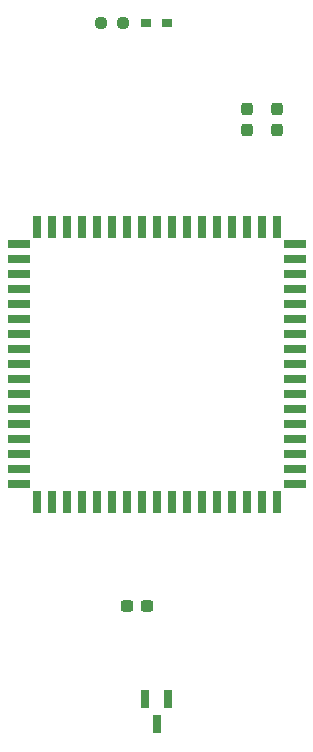
<source format=gbr>
G04 #@! TF.GenerationSoftware,KiCad,Pcbnew,8.0.8+dfsg-1*
G04 #@! TF.CreationDate,2025-07-01T13:07:04+09:00*
G04 #@! TF.ProjectId,bionic-tms370c250,62696f6e-6963-42d7-946d-733332306332,2*
G04 #@! TF.SameCoordinates,Original*
G04 #@! TF.FileFunction,Paste,Top*
G04 #@! TF.FilePolarity,Positive*
%FSLAX46Y46*%
G04 Gerber Fmt 4.6, Leading zero omitted, Abs format (unit mm)*
G04 Created by KiCad (PCBNEW 8.0.8+dfsg-1) date 2025-07-01 13:07:04*
%MOMM*%
%LPD*%
G01*
G04 APERTURE LIST*
G04 Aperture macros list*
%AMRoundRect*
0 Rectangle with rounded corners*
0 $1 Rounding radius*
0 $2 $3 $4 $5 $6 $7 $8 $9 X,Y pos of 4 corners*
0 Add a 4 corners polygon primitive as box body*
4,1,4,$2,$3,$4,$5,$6,$7,$8,$9,$2,$3,0*
0 Add four circle primitives for the rounded corners*
1,1,$1+$1,$2,$3*
1,1,$1+$1,$4,$5*
1,1,$1+$1,$6,$7*
1,1,$1+$1,$8,$9*
0 Add four rect primitives between the rounded corners*
20,1,$1+$1,$2,$3,$4,$5,0*
20,1,$1+$1,$4,$5,$6,$7,0*
20,1,$1+$1,$6,$7,$8,$9,0*
20,1,$1+$1,$8,$9,$2,$3,0*%
G04 Aperture macros list end*
%ADD10R,0.965200X0.762000*%
%ADD11R,0.700000X1.910000*%
%ADD12R,1.910000X0.700000*%
%ADD13RoundRect,0.237500X0.237500X-0.300000X0.237500X0.300000X-0.237500X0.300000X-0.237500X-0.300000X0*%
%ADD14RoundRect,0.237500X-0.300000X-0.237500X0.300000X-0.237500X0.300000X0.237500X-0.300000X0.237500X0*%
%ADD15RoundRect,0.237500X0.250000X0.237500X-0.250000X0.237500X-0.250000X-0.237500X0.250000X-0.237500X0*%
%ADD16R,0.660400X1.625600*%
G04 APERTURE END LIST*
D10*
X112823700Y-71600200D03*
X114576300Y-71600200D03*
D11*
X113700000Y-88800000D03*
X112430000Y-88800000D03*
X111160000Y-88800000D03*
X109890000Y-88800000D03*
X108620000Y-88800000D03*
X107350000Y-88800000D03*
X106080000Y-88800000D03*
X104810000Y-88800000D03*
X103540000Y-88800000D03*
D12*
X102020000Y-90320000D03*
X102020000Y-91590000D03*
X102020000Y-92860000D03*
X102020000Y-94130000D03*
X102020000Y-95400000D03*
X102020000Y-96670000D03*
X102020000Y-97940000D03*
X102020000Y-99210000D03*
X102020000Y-100480000D03*
X102020000Y-101750000D03*
X102020000Y-103020000D03*
X102020000Y-104290000D03*
X102020000Y-105560000D03*
X102020000Y-106830000D03*
X102020000Y-108100000D03*
X102020000Y-109370000D03*
X102020000Y-110640000D03*
D11*
X103540000Y-112160000D03*
X104810000Y-112160000D03*
X106080000Y-112160000D03*
X107350000Y-112160000D03*
X108620000Y-112160000D03*
X109890000Y-112160000D03*
X111160000Y-112160000D03*
X112430000Y-112160000D03*
X113700000Y-112160000D03*
X114970000Y-112160000D03*
X116240000Y-112160000D03*
X117510000Y-112160000D03*
X118780000Y-112160000D03*
X120050000Y-112160000D03*
X121320000Y-112160000D03*
X122590000Y-112160000D03*
X123860000Y-112160000D03*
D12*
X125380000Y-110640000D03*
X125380000Y-109370000D03*
X125380000Y-108100000D03*
X125380000Y-106830000D03*
X125380000Y-105560000D03*
X125380000Y-104290000D03*
X125380000Y-103020000D03*
X125380000Y-101750000D03*
X125380000Y-100480000D03*
X125380000Y-99210000D03*
X125380000Y-97940000D03*
X125380000Y-96670000D03*
X125380000Y-95400000D03*
X125380000Y-94130000D03*
X125380000Y-92860000D03*
X125380000Y-91590000D03*
X125380000Y-90320000D03*
D11*
X123860000Y-88800000D03*
X122590000Y-88800000D03*
X121320000Y-88800000D03*
X120050000Y-88800000D03*
X118780000Y-88800000D03*
X117510000Y-88800000D03*
X116240000Y-88800000D03*
X114970000Y-88800000D03*
D13*
X123860000Y-80615000D03*
X123860000Y-78890000D03*
D14*
X111162200Y-120927000D03*
X112887200Y-120927000D03*
D15*
X110827900Y-71600200D03*
X109002900Y-71600200D03*
D16*
X114650001Y-128828000D03*
X112749999Y-128828000D03*
X113700000Y-130960000D03*
D13*
X121320000Y-80615000D03*
X121320000Y-78890000D03*
M02*

</source>
